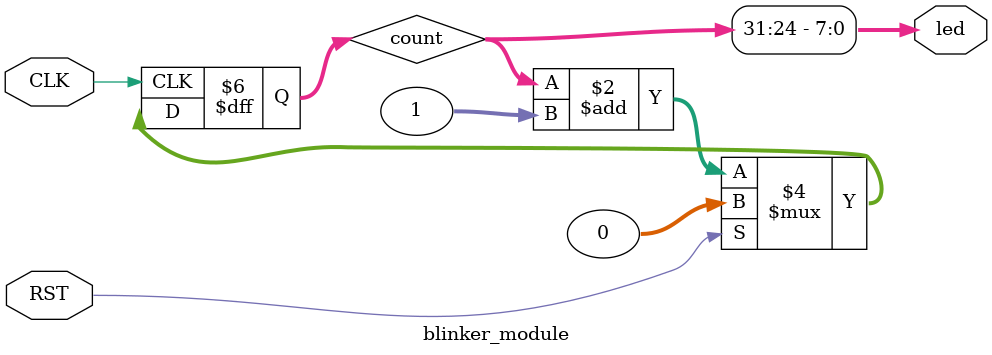
<source format=v>
module blinker_module #
(
  parameter DATAWID = 32
)
(
  input CLK,
  input RST,
  output [7:0] led
);

  reg [DATAWID-1:0] count;
  assign led = count[DATAWID-1:DATAWID-8];

  always @(posedge CLK) begin
    if(RST) begin
      count <= 0;
    end else begin
      count <= count + 1;
    end
  end


endmodule

</source>
